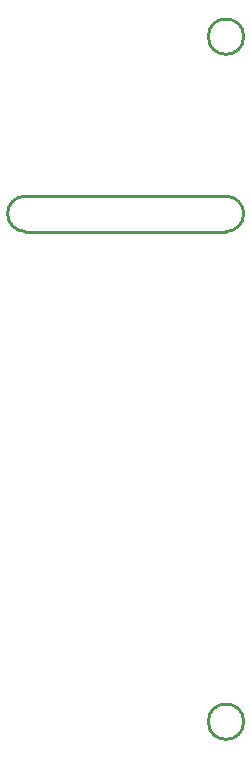
<source format=gm1>
G04*
G04 #@! TF.GenerationSoftware,Altium Limited,Altium Designer,24.8.2 (39)*
G04*
G04 Layer_Color=16711935*
%FSLAX25Y25*%
%MOIN*%
G70*
G04*
G04 #@! TF.SameCoordinates,0FDC3FA0-59D2-4078-A23E-D8467AF8131B*
G04*
G04*
G04 #@! TF.FilePolarity,Positive*
G04*
G01*
G75*
%ADD30C,0.01000*%
D30*
X212598Y183071D02*
G03*
X206693Y188976I-5906J0D01*
G01*
Y177165D02*
G03*
X212598Y183071I0J5906D01*
G01*
X139764Y188976D02*
G03*
X133858Y183071I0J-5906D01*
G01*
D02*
G03*
X139764Y177165I5906J0D01*
G01*
X212598Y13780D02*
G03*
X212598Y13780I-5906J0D01*
G01*
Y242126D02*
G03*
X212598Y242126I-5906J0D01*
G01*
X139764Y177165D02*
X206693D01*
X139764Y188976D02*
X206693D01*
M02*

</source>
